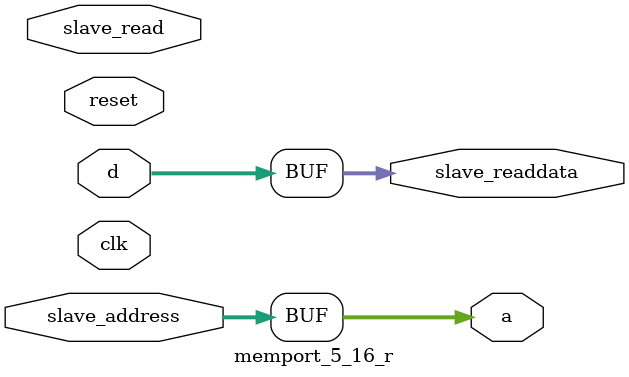
<source format=v>


module memport_5_16_r
(
   input clk,
   input reset,
   input   [4:0]slave_address,
   input        slave_read,
   output [15:0]slave_readdata,
   
   output [4:0]a,
   input  [15:0]d
);

   assign a = slave_address;
   assign slave_readdata = d;

endmodule

</source>
